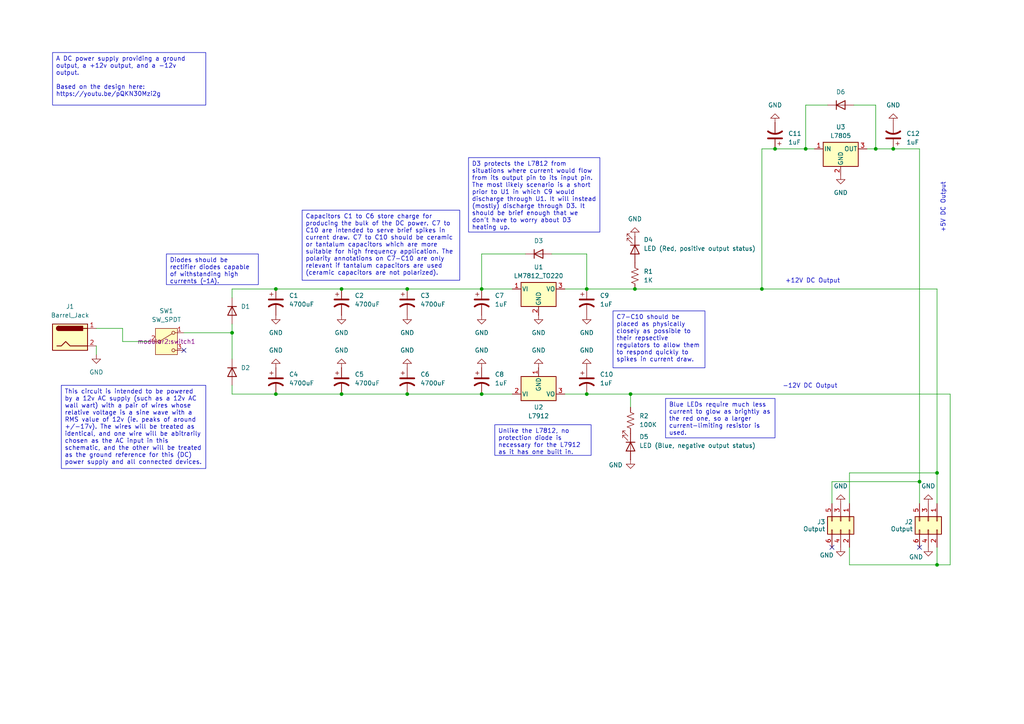
<source format=kicad_sch>
(kicad_sch (version 20250114) (generator "eeschema") (generator_version "9.0")
  (paper "A4")
  (lib_symbols
    (symbol "Connector:Barrel_Jack" (pin_names (offset 1.016))
      (property "Reference" "J" (at 0 5.334 0))
      (property "Value" "Barrel_Jack" (at 0 -5.08 0))
      (symbol "Barrel_Jack_0_1"
        (rectangle (start -5.08 3.81) (end 5.08 -3.81) (stroke (width 0.254)) (fill (type background)))
        (polyline (pts (xy -3.81 -2.54) (xy -2.54 -2.54) (xy -1.27 -1.27) (xy 0 -2.54) (xy 2.54 -2.54) (xy 5.08 -2.54)) (stroke (width 0.254)))
        (arc (start -3.302 1.905) (mid -3.9343 2.54) (end -3.302 3.175) (stroke (width 0.254)))
        (arc (start -3.302 1.905) (mid -3.9343 2.54) (end -3.302 3.175) (stroke (width 0.254)) (fill (type outline)))
        (rectangle (start 3.683 3.175) (end -3.302 1.905) (stroke (width 0.254)) (fill (type outline)))
        (polyline (pts (xy 5.08 2.54) (xy 3.81 2.54)) (stroke (width 0.254)))
      )
      (symbol "Barrel_Jack_1_1"
        (pin passive line (at 7.62 2.54 180) (length 2.54) (name "~") (number "1"))
        (pin passive line (at 7.62 -2.54 180) (length 2.54) (name "~") (number "2"))
      )
    )
    (symbol "Connector_Generic:Conn_02x03_Odd_Even" (pin_names (offset 1.016) (hide yes))
      (property "Reference" "J" (at 1.27 5.08 0))
      (property "Value" "Conn_02x03_Odd_Even" (at 1.27 -5.08 0))
      (symbol "Conn_02x03_Odd_Even_1_1"
        (rectangle (start -1.27 3.81) (end 3.81 -3.81) (stroke (width 0.254)) (fill (type background)))
        (rectangle (start -1.27 2.667) (end 0 2.413) (stroke (width 0.1524)))
        (rectangle (start -1.27 0.127) (end 0 -0.127) (stroke (width 0.1524)))
        (rectangle (start -1.27 -2.413) (end 0 -2.667) (stroke (width 0.1524)))
        (rectangle (start 3.81 2.667) (end 2.54 2.413) (stroke (width 0.1524)))
        (rectangle (start 3.81 0.127) (end 2.54 -0.127) (stroke (width 0.1524)))
        (rectangle (start 3.81 -2.413) (end 2.54 -2.667) (stroke (width 0.1524)))
        (pin passive line (at -5.08 2.54 0) (length 3.81) (name "Pin_1") (number "1"))
        (pin passive line (at -5.08 0 0) (length 3.81) (name "Pin_3") (number "3"))
        (pin passive line (at -5.08 -2.54 0) (length 3.81) (name "Pin_5") (number "5"))
        (pin passive line (at 7.62 2.54 180) (length 3.81) (name "Pin_2") (number "2"))
        (pin passive line (at 7.62 0 180) (length 3.81) (name "Pin_4") (number "4"))
        (pin passive line (at 7.62 -2.54 180) (length 3.81) (name "Pin_6") (number "6"))
      )
    )
    (symbol "Device:C_Polarized_US" (pin_numbers (hide yes)) (pin_names (offset 0.254) (hide yes))
      (property "Reference" "C" (at 0.635 2.54 0))
      (property "Value" "C_Polarized_US" (at 0.635 -2.54 0))
      (symbol "C_Polarized_US_0_1"
        (polyline (pts (xy -2.032 0.762) (xy 2.032 0.762)) (stroke (width 0.508)))
        (polyline (pts (xy -1.778 2.286) (xy -0.762 2.286)))
        (polyline (pts (xy -1.27 1.778) (xy -1.27 2.794)))
        (arc (start -2.032 -1.27) (mid 0 -0.5572) (end 2.032 -1.27) (stroke (width 0.508)))
      )
      (symbol "C_Polarized_US_1_1"
        (pin passive line (at 0 3.81 270) (length 2.794) (name "~") (number "1"))
        (pin passive line (at 0 -3.81 90) (length 3.302) (name "~") (number "2"))
      )
    )
    (symbol "Device:D" (pin_numbers (hide yes)) (pin_names (offset 1.016) (hide yes))
      (property "Reference" "D" (at 0 2.54 0))
      (property "Value" "D" (at 0 -2.54 0))
      (symbol "D_0_1"
        (polyline (pts (xy -1.27 1.27) (xy -1.27 -1.27)) (stroke (width 0.254)))
        (polyline (pts (xy 1.27 1.27) (xy 1.27 -1.27) (xy -1.27 0) (xy 1.27 1.27)) (stroke (width 0.254)))
        (polyline (pts (xy 1.27 0) (xy -1.27 0)))
      )
      (symbol "D_1_1"
        (pin passive line (at -3.81 0 0) (length 2.54) (name "K") (number "1"))
        (pin passive line (at 3.81 0 180) (length 2.54) (name "A") (number "2"))
      )
    )
    (symbol "Device:LED" (pin_numbers (hide yes)) (pin_names (offset 1.016) (hide yes))
      (property "Reference" "D" (at 0 2.54 0))
      (property "Value" "LED" (at 0 -2.54 0))
      (symbol "LED_0_1"
        (polyline (pts (xy -3.048 -0.762) (xy -4.572 -2.286) (xy -3.81 -2.286) (xy -4.572 -2.286) (xy -4.572 -1.524)))
        (polyline (pts (xy -1.778 -0.762) (xy -3.302 -2.286) (xy -2.54 -2.286) (xy -3.302 -2.286) (xy -3.302 -1.524)))
        (polyline (pts (xy -1.27 0) (xy 1.27 0)))
        (polyline (pts (xy -1.27 -1.27) (xy -1.27 1.27)) (stroke (width 0.254)))
        (polyline (pts (xy 1.27 -1.27) (xy 1.27 1.27) (xy -1.27 0) (xy 1.27 -1.27)) (stroke (width 0.254)))
      )
      (symbol "LED_1_1"
        (pin passive line (at -3.81 0 0) (length 2.54) (name "K") (number "1"))
        (pin passive line (at 3.81 0 180) (length 2.54) (name "A") (number "2"))
      )
    )
    (symbol "Device:R_US" (pin_numbers (hide yes)) (pin_names (offset 0))
      (property "Reference" "R" (at 2.54 0 90))
      (property "Value" "R_US" (at -2.54 0 90))
      (symbol "R_US_0_1"
        (polyline (pts (xy 0 2.286) (xy 0 2.54)))
        (polyline (pts (xy 0 2.286) (xy 1.016 1.905) (xy 0 1.524) (xy -1.016 1.143) (xy 0 0.762)))
        (polyline (pts (xy 0 0.762) (xy 1.016 0.381) (xy 0 0) (xy -1.016 -0.381) (xy 0 -0.762)))
        (polyline (pts (xy 0 -0.762) (xy 1.016 -1.143) (xy 0 -1.524) (xy -1.016 -1.905) (xy 0 -2.286)))
        (polyline (pts (xy 0 -2.286) (xy 0 -2.54)))
      )
      (symbol "R_US_1_1"
        (pin passive line (at 0 3.81 270) (length 1.27) (name "~") (number "1"))
        (pin passive line (at 0 -3.81 90) (length 1.27) (name "~") (number "2"))
      )
    )
    (symbol "Regulator_Linear:L7805" (pin_names (offset 0.254))
      (property "Reference" "U" (at -3.81 3.175 0))
      (property "Value" "L7805" (at 0 3.175 0))
      (symbol "L7805_0_1"
        (rectangle (start -5.08 1.905) (end 5.08 -5.08) (stroke (width 0.254)) (fill (type background)))
      )
      (symbol "L7805_1_1"
        (pin power_in line (at -7.62 0 0) (length 2.54) (name "IN") (number "1"))
        (pin power_in line (at 0 -7.62 90) (length 2.54) (name "GND") (number "2"))
        (pin power_out line (at 7.62 0 180) (length 2.54) (name "OUT") (number "3"))
      )
    )
    (symbol "Regulator_Linear:L79L12_SOT89" (pin_names (offset 0.254))
      (property "Reference" "U" (at -3.81 -3.175 0))
      (property "Value" "L79L12_SOT89" (at 0 -3.175 0))
      (symbol "L79L12_SOT89_0_1"
        (rectangle (start -5.08 5.08) (end 5.08 -1.905) (stroke (width 0.254)) (fill (type background)))
      )
      (symbol "L79L12_SOT89_1_1"
        (pin power_in line (at -7.62 0 0) (length 2.54) (name "VI") (number "2"))
        (pin power_in line (at 0 7.62 270) (length 2.54) (name "GND") (number "1"))
        (pin power_out line (at 7.62 0 180) (length 2.54) (name "VO") (number "3"))
      )
    )
    (symbol "Regulator_Linear:LM7812_TO220" (pin_names (offset 0.254))
      (property "Reference" "U" (at -3.81 3.175 0))
      (property "Value" "LM7812_TO220" (at 0 3.175 0))
      (symbol "LM7812_TO220_0_1"
        (rectangle (start -5.08 1.905) (end 5.08 -5.08) (stroke (width 0.254)) (fill (type background)))
      )
      (symbol "LM7812_TO220_1_1"
        (pin power_in line (at -7.62 0 0) (length 2.54) (name "VI") (number "1"))
        (pin power_in line (at 0 -7.62 90) (length 2.54) (name "GND") (number "2"))
        (pin power_out line (at 7.62 0 180) (length 2.54) (name "VO") (number "3"))
      )
    )
    (symbol "Switch:SW_SPDT" (pin_names (offset 0) (hide yes))
      (property "Reference" "SW" (at 0 5.08 0))
      (property "Value" "SW_SPDT" (at 0 -5.08 0))
      (symbol "SW_SPDT_0_1"
        (circle (center -2.032 0) (radius 0.4572))
        (polyline (pts (xy -1.651 0.254) (xy 1.651 2.286)))
        (circle (center 2.032 2.54) (radius 0.4572))
        (circle (center 2.032 -2.54) (radius 0.4572))
      )
      (symbol "SW_SPDT_1_1"
        (rectangle (start -3.175 3.81) (end 3.175 -3.81) (fill (type background)))
        (pin passive line (at -5.08 0 0) (length 2.54) (name "B") (number "2"))
        (pin passive line (at 5.08 2.54 180) (length 2.54) (name "A") (number "1"))
        (pin passive line (at 5.08 -2.54 180) (length 2.54) (name "C") (number "3"))
      )
    )
    (symbol "power:GND" (power) (pin_numbers (hide yes)) (pin_names (offset 0) (hide yes))
      (property "Value" "GND" (at 0 -3.81 0))
      (symbol "GND_0_1"
        (polyline (pts (xy 0 0) (xy 0 -1.27) (xy 1.27 -1.27) (xy 0 -2.54) (xy -1.27 -1.27) (xy 0 -1.27)))
      )
      (symbol "GND_1_1"
        (pin power_in line (at 0 0 270) (length 0) (name "~") (number "1"))
      )
    )
  )
  (text "-12V DC Output" (at 234.95 112.014 0) (effects (font (size 1.27 1.27))))
  (text "+12V DC Output" (at 235.712 81.534 0) (effects (font (size 1.27 1.27))))
  (text "+5V DC Output" (at 273.558 60.198 90) (effects (font (size 1.27 1.27))))
  (text_box "D3 protects the L7812 from situations where current would flow from its output pin to its input pin. The most likely scenario is a short prior to U1 in which C9 would discharge through U1. It will instead (mostly) discharge through D3. It should be brief enough that we don't have to worry about D3 heating up." (at 135.89 45.72 0) (size 38.1 21.59) (margins 0.9525 0.9525 0.9525 0.9525) (effects (font (size 1.27 1.27)) (justify left top)))
  (text_box "Blue LEDs require much less current to glow as brightly as the red one, so a larger current-limiting resistor is used." (at 193.04 115.57 0) (size 31.75 11.43) (margins 0.9525 0.9525 0.9525 0.9525) (effects (font (size 1.27 1.27)) (justify left top)))
  (text_box "Unlike the L7812, no protection diode is necessary for the L7912 as it has one built in." (at 143.51 123.19 0) (size 27.94 8.89) (margins 0.9525 0.9525 0.9525 0.9525) (effects (font (size 1.27 1.27)) (justify left top)))
  (text_box "A DC power supply providing a ground output, a +12v output, and a -12v output.\n\nBased on the design here: https://youtu.be/pQKN30Mzi2g" (at 15.24 15.24 0) (size 44.45 15.24) (margins 0.9525 0.9525 0.9525 0.9525) (effects (font (size 1.27 1.27)) (justify left top)))
  (text_box "This circuit is intended to be powered by a 12v AC supply (such as a 12v AC wall wart) with a pair of wires whose relative voltage is a sine wave with a RMS value of 12v (ie. peaks of around +/-17v). The wires will be treated as identical, and one wire will be abitrarily chosen as the AC input in this schematic, and the other will be treated as the ground reference for this (DC) power supply and all connected devices." (at 17.78 111.76 0) (size 41.91 24.13) (margins 0.9525 0.9525 0.9525 0.9525) (effects (font (size 1.27 1.27)) (justify left top)))
  (text_box "Diodes should be rectifier diodes capable of withstanding high currents (~1A)." (at 48.26 73.66 0) (size 26.67 8.89) (margins 0.9525 0.9525 0.9525 0.9525) (effects (font (size 1.27 1.27)) (justify left top)))
  (text_box "C7-C10 should be placed as physically closely as possible to their repsective regulators to allow them to respond quickly to spikes in current draw." (at 177.8 90.17 0) (size 26.67 16.51) (margins 0.9525 0.9525 0.9525 0.9525) (effects (font (size 1.27 1.27)) (justify left top)))
  (text_box "Capacitors C1 to C6 store charge for producing the bulk of the DC power. C7 to C10 are intended to serve brief spikes in current draw. C7 to C10 should be ceramic or tantalum capacitors which are more suitable for high frequency application. The polarity annotations on C7-C10 are only relevant if tantalum capacitors are used (ceramic capacitors are not polarized)." (at 87.63 60.96 0) (size 45.72 20.32) (margins 0.9525 0.9525 0.9525 0.9525) (effects (font (size 1.27 1.27)) (justify left top)))
  (junction (at 266.7 139.7))
  (junction (at 139.7 114.3))
  (junction (at 233.68 43.18))
  (junction (at 182.88 114.3))
  (junction (at 184.15 83.82))
  (junction (at 254 43.18))
  (junction (at 80.01 83.82))
  (junction (at 259.08 43.18))
  (junction (at 224.79 43.18))
  (junction (at 271.78 163.83))
  (junction (at 80.01 114.3))
  (junction (at 118.11 83.82))
  (junction (at 118.11 114.3))
  (junction (at 139.7 83.82))
  (junction (at 99.06 83.82))
  (junction (at 67.31 96.52))
  (junction (at 220.98 83.82))
  (junction (at 99.06 114.3))
  (junction (at 271.78 137.16))
  (junction (at 170.18 114.3))
  (junction (at 170.18 83.82))
  (no_connect (at 53.34 101.6))
  (no_connect (at 266.7 158.75))
  (no_connect (at 241.3 158.75))
  (wire (pts (xy 35.56 99.06) (xy 35.56 95.25)))
  (wire (pts (xy 246.38 163.83) (xy 271.78 163.83)))
  (wire (pts (xy 139.7 83.82) (xy 148.59 83.82)))
  (wire (pts (xy 99.06 114.3) (xy 118.11 114.3)))
  (wire (pts (xy 53.34 96.52) (xy 67.31 96.52)))
  (wire (pts (xy 246.38 146.05) (xy 246.38 137.16)))
  (wire (pts (xy 163.83 114.3) (xy 170.18 114.3)))
  (wire (pts (xy 170.18 114.3) (xy 182.88 114.3)))
  (wire (pts (xy 163.83 83.82) (xy 170.18 83.82)))
  (wire (pts (xy 67.31 83.82) (xy 67.31 86.36)))
  (wire (pts (xy 233.68 43.18) (xy 236.22 43.18)))
  (wire (pts (xy 266.7 43.18) (xy 266.7 139.7)))
  (wire (pts (xy 254 43.18) (xy 259.08 43.18)))
  (wire (pts (xy 247.65 30.48) (xy 254 30.48)))
  (wire (pts (xy 35.56 99.06) (xy 43.18 99.06)))
  (wire (pts (xy 182.88 114.3) (xy 182.88 118.11)))
  (wire (pts (xy 220.98 43.18) (xy 220.98 83.82)))
  (wire (pts (xy 67.31 96.52) (xy 67.31 104.14)))
  (wire (pts (xy 182.88 114.3) (xy 275.59 114.3)))
  (wire (pts (xy 271.78 163.83) (xy 271.78 158.75)))
  (wire (pts (xy 241.3 146.05) (xy 241.3 139.7)))
  (wire (pts (xy 170.18 73.66) (xy 160.02 73.66)))
  (wire (pts (xy 271.78 137.16) (xy 271.78 146.05)))
  (wire (pts (xy 118.11 114.3) (xy 139.7 114.3)))
  (wire (pts (xy 67.31 83.82) (xy 80.01 83.82)))
  (wire (pts (xy 220.98 83.82) (xy 271.78 83.82)))
  (wire (pts (xy 35.56 95.25) (xy 27.94 95.25)))
  (wire (pts (xy 170.18 83.82) (xy 184.15 83.82)))
  (wire (pts (xy 220.98 43.18) (xy 224.79 43.18)))
  (wire (pts (xy 246.38 158.75) (xy 246.38 163.83)))
  (wire (pts (xy 184.15 83.82) (xy 220.98 83.82)))
  (wire (pts (xy 139.7 114.3) (xy 148.59 114.3)))
  (wire (pts (xy 67.31 114.3) (xy 80.01 114.3)))
  (wire (pts (xy 246.38 137.16) (xy 271.78 137.16)))
  (wire (pts (xy 254 30.48) (xy 254 43.18)))
  (wire (pts (xy 240.03 30.48) (xy 233.68 30.48)))
  (wire (pts (xy 139.7 73.66) (xy 139.7 83.82)))
  (wire (pts (xy 251.46 43.18) (xy 254 43.18)))
  (wire (pts (xy 271.78 83.82) (xy 271.78 137.16)))
  (wire (pts (xy 80.01 83.82) (xy 99.06 83.82)))
  (wire (pts (xy 224.79 43.18) (xy 233.68 43.18)))
  (wire (pts (xy 259.08 43.18) (xy 266.7 43.18)))
  (wire (pts (xy 266.7 139.7) (xy 266.7 146.05)))
  (wire (pts (xy 67.31 93.98) (xy 67.31 96.52)))
  (wire (pts (xy 80.01 114.3) (xy 99.06 114.3)))
  (wire (pts (xy 233.68 30.48) (xy 233.68 43.18)))
  (wire (pts (xy 241.3 139.7) (xy 266.7 139.7)))
  (wire (pts (xy 27.94 100.33) (xy 27.94 102.87)))
  (wire (pts (xy 67.31 111.76) (xy 67.31 114.3)))
  (wire (pts (xy 275.59 114.3) (xy 275.59 163.83)))
  (wire (pts (xy 271.78 163.83) (xy 275.59 163.83)))
  (wire (pts (xy 99.06 83.82) (xy 118.11 83.82)))
  (wire (pts (xy 152.4 73.66) (xy 139.7 73.66)))
  (wire (pts (xy 118.11 83.82) (xy 139.7 83.82)))
  (wire (pts (xy 170.18 83.82) (xy 170.18 73.66)))
  (symbol (lib_id "Device:C_Polarized_US") (at 80.01 87.63 0) (unit 1)
    (property "Reference" "C1" (at 83.82 85.7249 0) (effects (justify left)))
    (property "Value" "4700uF" (at 83.82 88.2649 0) (effects (justify left)))
    (property "Footprint" "Capacitor_THT:CP_Radial_D18.0mm_P7.50mm" (effects (hide yes)))
    (property "Description" "Polarized capacitor, US symbol" (effects (hide yes)))
  )
  (symbol (lib_id "power:GND") (at 243.84 146.05 0) (mirror x) (unit 1)
    (property "Reference" "#PWR019" (effects (hide yes)))
    (property "Value" "GND" (at 243.84 140.97 0))
    (property "Description" "Power symbol creates a global label with name \"GND\" , ground" (effects (hide yes)))
  )
  (symbol (lib_id "power:GND") (at 139.7 106.68 0) (mirror x) (unit 1)
    (property "Reference" "#PWR08" (effects (hide yes)))
    (property "Value" "GND" (at 139.7 101.6 0))
    (property "Description" "Power symbol creates a global label with name \"GND\" , ground" (effects (hide yes)))
  )
  (symbol (lib_id "Device:C_Polarized_US") (at 170.18 110.49 0) (unit 1)
    (property "Reference" "C10" (at 173.99 108.5849 0) (effects (justify left)))
    (property "Value" "1uF" (at 173.99 111.1249 0) (effects (justify left)))
    (property "Footprint" "Capacitor_THT:CP_Radial_Tantal_D4.5mm_P2.50mm" (effects (hide yes)))
    (property "Description" "Polarized capacitor, US symbol" (effects (hide yes)))
  )
  (symbol (lib_id "Device:D") (at 156.21 73.66 0) (unit 1)
    (property "Reference" "D3" (at 156.21 69.85 0))
    (property "Value" "Rectifier Diode" (effects (hide yes)))
    (property "Footprint" "Diode_THT:D_A-405_P7.62mm_Horizontal" (effects (hide yes)))
    (property "Description" "Diode" (effects (hide yes)))
    (property "Sim.Device" "D" (effects (hide yes)))
    (property "Sim.Pins" "1=K 2=A" (effects (hide yes)))
  )
  (symbol (lib_id "power:GND") (at 156.21 106.68 0) (mirror x) (unit 1)
    (property "Reference" "#PWR013" (effects (hide yes)))
    (property "Value" "GND" (at 156.21 101.6 0))
    (property "Description" "Power symbol creates a global label with name \"GND\" , ground" (effects (hide yes)))
  )
  (symbol (lib_id "Connector_Generic:Conn_02x03_Odd_Even") (at 243.84 151.13 270) (unit 1)
    (property "Reference" "J3" (at 236.982 151.384 90) (effects (justify left)))
    (property "Value" "Output" (at 232.918 153.416 90) (effects (justify left)))
    (property "Footprint" "Connector_IDC:IDC-Header_2x03_P2.54mm_Vertical" (effects (hide yes)))
    (property "Description" "Generic connector, double row, 02x03, odd/even pin numbering scheme (row 1 odd numbers, row 2 even numbers), script generated (kicad-library-utils/schlib/autogen/connector/)" (effects (hide yes)))
  )
  (symbol (lib_id "power:GND") (at 259.08 35.56 180) (unit 1)
    (property "Reference" "#PWR023" (effects (hide yes)))
    (property "Value" "GND" (at 259.08 30.48 0))
    (property "Description" "Power symbol creates a global label with name \"GND\" , ground" (effects (hide yes)))
  )
  (symbol (lib_id "Switch:SW_SPDT") (at 48.26 99.06 0) (unit 1)
    (property "Reference" "SW1" (at 48.26 90.17 0))
    (property "Value" "SW_SPDT" (at 48.26 92.71 0))
    (property "Footprint" "modular2:switch1" (at 48.26 99.06 0))
    (property "Description" "Switch, single pole double throw" (effects (hide yes)))
  )
  (symbol (lib_id "power:GND") (at 118.11 106.68 0) (mirror x) (unit 1)
    (property "Reference" "#PWR07" (effects (hide yes)))
    (property "Value" "GND" (at 118.11 101.6 0))
    (property "Description" "Power symbol creates a global label with name \"GND\" , ground" (effects (hide yes)))
  )
  (symbol (lib_id "Device:C_Polarized_US") (at 170.18 87.63 0) (unit 1)
    (property "Reference" "C9" (at 173.99 85.7249 0) (effects (justify left)))
    (property "Value" "1uF" (at 173.99 88.2649 0) (effects (justify left)))
    (property "Footprint" "Capacitor_THT:CP_Radial_Tantal_D4.5mm_P2.50mm" (effects (hide yes)))
    (property "Description" "Polarized capacitor, US symbol" (effects (hide yes)))
  )
  (symbol (lib_id "Device:R_US") (at 182.88 121.92 0) (unit 1)
    (property "Reference" "R2" (at 185.42 120.6499 0) (effects (justify left)))
    (property "Value" "100K" (at 185.42 123.1899 0) (effects (justify left)))
    (property "Footprint" "Resistor_THT:R_Axial_DIN0207_L6.3mm_D2.5mm_P10.16mm_Horizontal" (effects (hide yes)))
    (property "Description" "Resistor, US symbol" (effects (hide yes)))
  )
  (symbol (lib_id "Regulator_Linear:L79L12_SOT89") (at 156.21 114.3 0) (unit 1)
    (property "Reference" "U2" (at 156.21 118.11 0))
    (property "Value" "L7912" (at 156.21 120.65 0))
    (property "Footprint" "Package_TO_SOT_THT:TO-220-3_Vertical" (effects (hide yes)))
    (property "Datasheet" "http://www.farnell.com/datasheets/1827870.pdf" (effects (hide yes)))
    (property "Description" "Negative 100mA -30V Linear Regulator, Fixed Output -5V, SOT-89" (effects (hide yes)))
  )
  (symbol (lib_id "Device:D") (at 67.31 90.17 270) (unit 1)
    (property "Reference" "D1" (at 69.85 88.8999 90) (effects (justify left)))
    (property "Value" "Rectifier Diode" (effects (hide yes)))
    (property "Footprint" "Diode_THT:D_A-405_P7.62mm_Horizontal" (effects (hide yes)))
    (property "Description" "Diode" (effects (hide yes)))
    (property "Sim.Device" "D" (effects (hide yes)))
    (property "Sim.Pins" "1=K 2=A" (effects (hide yes)))
  )
  (symbol (lib_id "power:GND") (at 224.79 35.56 180) (unit 1)
    (property "Reference" "#PWR022" (effects (hide yes)))
    (property "Value" "GND" (at 224.79 30.48 0))
    (property "Description" "Power symbol creates a global label with name \"GND\" , ground" (effects (hide yes)))
  )
  (symbol (lib_id "power:GND") (at 156.21 91.44 0) (unit 1)
    (property "Reference" "#PWR012" (effects (hide yes)))
    (property "Value" "GND" (at 156.21 96.52 0))
    (property "Description" "Power symbol creates a global label with name \"GND\" , ground" (effects (hide yes)))
  )
  (symbol (lib_id "power:GND") (at 269.24 158.75 0) (mirror y) (unit 1)
    (property "Reference" "#PWR015" (effects (hide yes)))
    (property "Value" "GND" (at 265.684 161.544 0))
    (property "Description" "Power symbol creates a global label with name \"GND\" , ground" (effects (hide yes)))
  )
  (symbol (lib_id "power:GND") (at 27.94 102.87 0) (unit 1)
    (property "Reference" "#PWR01" (effects (hide yes)))
    (property "Value" "GND" (at 27.94 107.95 0))
    (property "Description" "Power symbol creates a global label with name \"GND\" , ground" (effects (hide yes)))
  )
  (symbol (lib_id "Device:C_Polarized_US") (at 99.06 110.49 0) (unit 1)
    (property "Reference" "C5" (at 102.87 108.5849 0) (effects (justify left)))
    (property "Value" "4700uF" (at 102.87 111.1249 0) (effects (justify left)))
    (property "Footprint" "Capacitor_THT:CP_Radial_D18.0mm_P7.50mm" (effects (hide yes)))
    (property "Description" "Polarized capacitor, US symbol" (effects (hide yes)))
  )
  (symbol (lib_id "power:GND") (at 80.01 91.44 0) (unit 1)
    (property "Reference" "#PWR03" (effects (hide yes)))
    (property "Value" "GND" (at 80.01 96.52 0))
    (property "Description" "Power symbol creates a global label with name \"GND\" , ground" (effects (hide yes)))
  )
  (symbol (lib_id "Device:C_Polarized_US") (at 80.01 110.49 0) (unit 1)
    (property "Reference" "C4" (at 83.82 108.5849 0) (effects (justify left)))
    (property "Value" "4700uF" (at 83.82 111.1249 0) (effects (justify left)))
    (property "Footprint" "Capacitor_THT:CP_Radial_D18.0mm_P7.50mm" (effects (hide yes)))
    (property "Description" "Polarized capacitor, US symbol" (effects (hide yes)))
  )
  (symbol (lib_id "Device:LED") (at 182.88 129.54 270) (unit 1)
    (property "Reference" "D5" (at 185.42 126.6824 90) (effects (justify left)))
    (property "Value" "LED (Blue, negative output status)" (at 185.42 129.2224 90) (effects (justify left)))
    (property "Footprint" "LED_THT:LED_D5.0mm" (effects (hide yes)))
    (property "Description" "Light emitting diode" (effects (hide yes)))
  )
  (symbol (lib_id "Device:D") (at 67.31 107.95 270) (unit 1)
    (property "Reference" "D2" (at 69.85 106.6799 90) (effects (justify left)))
    (property "Value" "Rectifier Diode" (effects (hide yes)))
    (property "Footprint" "Diode_THT:D_A-405_P7.62mm_Horizontal" (effects (hide yes)))
    (property "Description" "Diode" (effects (hide yes)))
    (property "Sim.Device" "D" (effects (hide yes)))
    (property "Sim.Pins" "1=K 2=A" (effects (hide yes)))
  )
  (symbol (lib_id "Device:R_US") (at 184.15 80.01 0) (unit 1)
    (property "Reference" "R1" (at 186.69 78.7399 0) (effects (justify left)))
    (property "Value" "1K" (at 186.69 81.2799 0) (effects (justify left)))
    (property "Footprint" "Resistor_THT:R_Axial_DIN0207_L6.3mm_D2.5mm_P10.16mm_Horizontal" (effects (hide yes)))
    (property "Description" "Resistor, US symbol" (effects (hide yes)))
  )
  (symbol (lib_id "power:GND") (at 99.06 106.68 0) (mirror x) (unit 1)
    (property "Reference" "#PWR06" (effects (hide yes)))
    (property "Value" "GND" (at 99.06 101.6 0))
    (property "Description" "Power symbol creates a global label with name \"GND\" , ground" (effects (hide yes)))
  )
  (symbol (lib_id "power:GND") (at 269.24 146.05 0) (mirror x) (unit 1)
    (property "Reference" "#PWR011" (effects (hide yes)))
    (property "Value" "GND" (at 269.24 140.97 0))
    (property "Description" "Power symbol creates a global label with name \"GND\" , ground" (effects (hide yes)))
  )
  (symbol (lib_id "power:GND") (at 99.06 91.44 0) (unit 1)
    (property "Reference" "#PWR02" (effects (hide yes)))
    (property "Value" "GND" (at 99.06 96.52 0))
    (property "Description" "Power symbol creates a global label with name \"GND\" , ground" (effects (hide yes)))
  )
  (symbol (lib_id "power:GND") (at 170.18 91.44 0) (unit 1)
    (property "Reference" "#PWR010" (effects (hide yes)))
    (property "Value" "GND" (at 170.18 96.52 0))
    (property "Description" "Power symbol creates a global label with name \"GND\" , ground" (effects (hide yes)))
  )
  (symbol (lib_id "Device:D") (at 243.84 30.48 0) (unit 1)
    (property "Reference" "D6" (at 243.84 26.67 0))
    (property "Value" "Rectifier Diode" (effects (hide yes)))
    (property "Footprint" "Diode_THT:D_A-405_P7.62mm_Horizontal" (effects (hide yes)))
    (property "Description" "Diode" (effects (hide yes)))
    (property "Sim.Device" "D" (effects (hide yes)))
    (property "Sim.Pins" "1=K 2=A" (effects (hide yes)))
  )
  (symbol (lib_id "Device:C_Polarized_US") (at 118.11 110.49 0) (unit 1)
    (property "Reference" "C6" (at 121.92 108.5849 0) (effects (justify left)))
    (property "Value" "4700uF" (at 121.92 111.1249 0) (effects (justify left)))
    (property "Footprint" "Capacitor_THT:CP_Radial_D18.0mm_P7.50mm" (effects (hide yes)))
    (property "Description" "Polarized capacitor, US symbol" (effects (hide yes)))
  )
  (symbol (lib_id "Regulator_Linear:LM7812_TO220") (at 156.21 83.82 0) (unit 1)
    (property "Reference" "U1" (at 156.21 77.47 0))
    (property "Value" "LM7812_TO220" (at 156.21 80.01 0))
    (property "Footprint" "Package_TO_SOT_THT:TO-220-3_Vertical" (effects (hide yes)))
    (property "Datasheet" "https://www.onsemi.cn/PowerSolutions/document/MC7800-D.PDF" (effects (hide yes)))
    (property "Description" "Positive 1A 35V Linear Regulator, Fixed Output 12V, TO-220" (effects (hide yes)))
  )
  (symbol (lib_id "Device:LED") (at 184.15 72.39 270) (unit 1)
    (property "Reference" "D4" (at 186.69 69.5324 90) (effects (justify left)))
    (property "Value" "LED (Red, positive output status)" (at 186.69 72.0724 90) (effects (justify left)))
    (property "Footprint" "LED_THT:LED_D5.0mm" (effects (hide yes)))
    (property "Description" "Light emitting diode" (effects (hide yes)))
  )
  (symbol (lib_id "Device:C_Polarized_US") (at 139.7 110.49 0) (unit 1)
    (property "Reference" "C8" (at 143.51 108.5849 0) (effects (justify left)))
    (property "Value" "1uF" (at 143.51 111.1249 0) (effects (justify left)))
    (property "Footprint" "Capacitor_THT:CP_Radial_Tantal_D4.5mm_P2.50mm" (effects (hide yes)))
    (property "Description" "Polarized capacitor, US symbol" (effects (hide yes)))
  )
  (symbol (lib_id "power:GND") (at 243.84 50.8 0) (unit 1)
    (property "Reference" "#PWR020" (effects (hide yes)))
    (property "Value" "GND" (at 243.84 55.88 0))
    (property "Description" "Power symbol creates a global label with name \"GND\" , ground" (effects (hide yes)))
  )
  (symbol (lib_id "Device:C_Polarized_US") (at 118.11 87.63 0) (unit 1)
    (property "Reference" "C3" (at 121.92 85.7249 0) (effects (justify left)))
    (property "Value" "4700uF" (at 121.92 88.2649 0) (effects (justify left)))
    (property "Footprint" "Capacitor_THT:CP_Radial_D18.0mm_P7.50mm" (effects (hide yes)))
    (property "Description" "Polarized capacitor, US symbol" (effects (hide yes)))
  )
  (symbol (lib_id "power:GND") (at 80.01 106.68 0) (mirror x) (unit 1)
    (property "Reference" "#PWR05" (effects (hide yes)))
    (property "Value" "GND" (at 80.01 101.6 0))
    (property "Description" "Power symbol creates a global label with name \"GND\" , ground" (effects (hide yes)))
  )
  (symbol (lib_id "Device:C_Polarized_US") (at 99.06 87.63 0) (unit 1)
    (property "Reference" "C2" (at 102.87 85.7249 0) (effects (justify left)))
    (property "Value" "4700uF" (at 102.87 88.2649 0) (effects (justify left)))
    (property "Footprint" "Capacitor_THT:CP_Radial_D18.0mm_P7.50mm" (effects (hide yes)))
    (property "Description" "Polarized capacitor, US symbol" (effects (hide yes)))
  )
  (symbol (lib_id "Device:C_Polarized_US") (at 224.79 39.37 180) (unit 1)
    (property "Reference" "C11" (at 228.6 38.7349 0) (effects (justify right)))
    (property "Value" "1uF" (at 228.6 41.2749 0) (effects (justify right)))
    (property "Footprint" "Capacitor_THT:CP_Radial_Tantal_D4.5mm_P2.50mm" (effects (hide yes)))
    (property "Description" "Polarized capacitor, US symbol" (effects (hide yes)))
  )
  (symbol (lib_id "power:GND") (at 182.88 133.35 0) (unit 1)
    (property "Reference" "#PWR017" (effects (hide yes)))
    (property "Value" "GND" (at 178.562 134.874 0))
    (property "Description" "Power symbol creates a global label with name \"GND\" , ground" (effects (hide yes)))
  )
  (symbol (lib_id "power:GND") (at 170.18 106.68 0) (mirror x) (unit 1)
    (property "Reference" "#PWR014" (effects (hide yes)))
    (property "Value" "GND" (at 170.18 101.6 0))
    (property "Description" "Power symbol creates a global label with name \"GND\" , ground" (effects (hide yes)))
  )
  (symbol (lib_id "Connector_Generic:Conn_02x03_Odd_Even") (at 269.24 151.13 270) (unit 1)
    (property "Reference" "J2" (at 262.382 151.384 90) (effects (justify left)))
    (property "Value" "Output" (at 258.318 153.416 90) (effects (justify left)))
    (property "Footprint" "Connector_IDC:IDC-Header_2x03_P2.54mm_Vertical" (effects (hide yes)))
    (property "Description" "Generic connector, double row, 02x03, odd/even pin numbering scheme (row 1 odd numbers, row 2 even numbers), script generated (kicad-library-utils/schlib/autogen/connector/)" (effects (hide yes)))
  )
  (symbol (lib_id "power:GND") (at 243.84 158.75 0) (mirror y) (unit 1)
    (property "Reference" "#PWR018" (effects (hide yes)))
    (property "Value" "GND" (at 239.776 161.036 0))
    (property "Description" "Power symbol creates a global label with name \"GND\" , ground" (effects (hide yes)))
  )
  (symbol (lib_id "power:GND") (at 139.7 91.44 0) (unit 1)
    (property "Reference" "#PWR09" (effects (hide yes)))
    (property "Value" "GND" (at 139.7 96.52 0))
    (property "Description" "Power symbol creates a global label with name \"GND\" , ground" (effects (hide yes)))
  )
  (symbol (lib_id "power:GND") (at 184.15 68.58 0) (mirror x) (unit 1)
    (property "Reference" "#PWR016" (effects (hide yes)))
    (property "Value" "GND" (at 184.15 63.5 0))
    (property "Description" "Power symbol creates a global label with name \"GND\" , ground" (effects (hide yes)))
  )
  (symbol (lib_id "Device:C_Polarized_US") (at 259.08 39.37 180) (unit 1)
    (property "Reference" "C12" (at 262.89 38.7349 0) (effects (justify right)))
    (property "Value" "1uF" (at 262.89 41.2749 0) (effects (justify right)))
    (property "Footprint" "Capacitor_THT:CP_Radial_Tantal_D4.5mm_P2.50mm" (effects (hide yes)))
    (property "Description" "Polarized capacitor, US symbol" (effects (hide yes)))
  )
  (symbol (lib_id "power:GND") (at 118.11 91.44 0) (unit 1)
    (property "Reference" "#PWR04" (effects (hide yes)))
    (property "Value" "GND" (at 118.11 96.52 0))
    (property "Description" "Power symbol creates a global label with name \"GND\" , ground" (effects (hide yes)))
  )
  (symbol (lib_id "Regulator_Linear:L7805") (at 243.84 43.18 0) (unit 1)
    (property "Reference" "U3" (at 243.84 36.83 0))
    (property "Value" "L7805" (at 243.84 39.37 0))
    (property "Footprint" "Package_TO_SOT_THT:TO-220-3_Vertical" (effects (hide yes)))
    (property "Datasheet" "http://www.st.com/content/ccc/resource/technical/document/datasheet/41/4f/b3/b0/12/d4/47/88/CD00000444.pdf/files/CD00000444.pdf/jcr:content/translations/en.CD00000444.pdf" (effects (hide yes)))
    (property "Description" "Positive 1.5A 35V Linear Regulator, Fixed Output 5V, TO-220/TO-263/TO-252" (effects (hide yes)))
  )
  (symbol (lib_id "Device:C_Polarized_US") (at 139.7 87.63 0) (unit 1)
    (property "Reference" "C7" (at 143.51 85.7249 0) (effects (justify left)))
    (property "Value" "1uF" (at 143.51 88.2649 0) (effects (justify left)))
    (property "Footprint" "Capacitor_THT:CP_Radial_Tantal_D4.5mm_P2.50mm" (effects (hide yes)))
    (property "Description" "Polarized capacitor, US symbol" (effects (hide yes)))
  )
  (symbol (lib_id "Connector:Barrel_Jack") (at 20.32 97.79 0) (unit 1)
    (property "Reference" "J1" (at 20.32 88.9 0))
    (property "Value" "Barrel_Jack" (at 20.32 91.44 0))
    (property "Footprint" "Connector_BarrelJack:BarrelJack_GCT_DCJ200-10-A_Horizontal" (effects (hide yes)))
    (property "Description" "DC Barrel Jack" (effects (hide yes)))
  )
)
</source>
